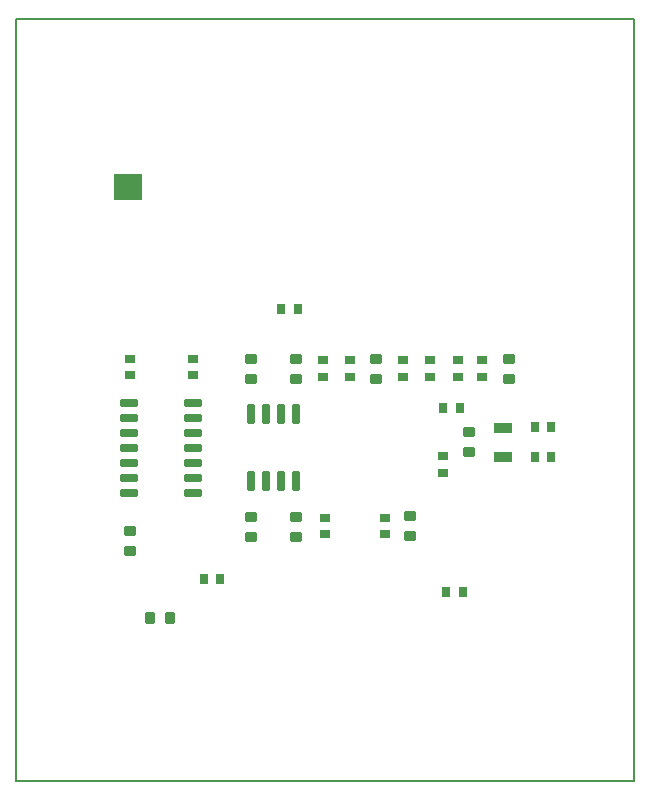
<source format=gtp>
G04*
G04 #@! TF.GenerationSoftware,Altium Limited,Altium Designer,18.0.12 (696)*
G04*
G04 Layer_Color=8421504*
%FSLAX25Y25*%
%MOIN*%
G70*
G01*
G75*
%ADD16C,0.00500*%
%ADD17R,0.09606X0.08661*%
G04:AMPARAMS|DCode=18|XSize=31.5mil|YSize=62.99mil|CornerRadius=0mil|HoleSize=0mil|Usage=FLASHONLY|Rotation=270.000|XOffset=0mil|YOffset=0mil|HoleType=Round|Shape=RoundedRectangle|*
%AMROUNDEDRECTD18*
21,1,0.03150,0.06299,0,0,270.0*
21,1,0.03150,0.06299,0,0,270.0*
1,1,0.00000,-0.03150,-0.01575*
1,1,0.00000,-0.03150,0.01575*
1,1,0.00000,0.03150,0.01575*
1,1,0.00000,0.03150,-0.01575*
%
%ADD18ROUNDEDRECTD18*%
G04:AMPARAMS|DCode=19|XSize=23.62mil|YSize=57.09mil|CornerRadius=1.18mil|HoleSize=0mil|Usage=FLASHONLY|Rotation=90.000|XOffset=0mil|YOffset=0mil|HoleType=Round|Shape=RoundedRectangle|*
%AMROUNDEDRECTD19*
21,1,0.02362,0.05472,0,0,90.0*
21,1,0.02126,0.05709,0,0,90.0*
1,1,0.00236,0.02736,0.01063*
1,1,0.00236,0.02736,-0.01063*
1,1,0.00236,-0.02736,-0.01063*
1,1,0.00236,-0.02736,0.01063*
%
%ADD19ROUNDEDRECTD19*%
G04:AMPARAMS|DCode=20|XSize=25.59mil|YSize=64.96mil|CornerRadius=1.92mil|HoleSize=0mil|Usage=FLASHONLY|Rotation=0.000|XOffset=0mil|YOffset=0mil|HoleType=Round|Shape=RoundedRectangle|*
%AMROUNDEDRECTD20*
21,1,0.02559,0.06112,0,0,0.0*
21,1,0.02175,0.06496,0,0,0.0*
1,1,0.00384,0.01088,-0.03056*
1,1,0.00384,-0.01088,-0.03056*
1,1,0.00384,-0.01088,0.03056*
1,1,0.00384,0.01088,0.03056*
%
%ADD20ROUNDEDRECTD20*%
%ADD21C,0.00584*%
%ADD22R,0.02500X0.05000*%
G04:AMPARAMS|DCode=23|XSize=39.37mil|YSize=35.43mil|CornerRadius=4.43mil|HoleSize=0mil|Usage=FLASHONLY|Rotation=90.000|XOffset=0mil|YOffset=0mil|HoleType=Round|Shape=RoundedRectangle|*
%AMROUNDEDRECTD23*
21,1,0.03937,0.02657,0,0,90.0*
21,1,0.03051,0.03543,0,0,90.0*
1,1,0.00886,0.01329,0.01526*
1,1,0.00886,0.01329,-0.01526*
1,1,0.00886,-0.01329,-0.01526*
1,1,0.00886,-0.01329,0.01526*
%
%ADD23ROUNDEDRECTD23*%
G04:AMPARAMS|DCode=24|XSize=39.37mil|YSize=35.43mil|CornerRadius=4.43mil|HoleSize=0mil|Usage=FLASHONLY|Rotation=180.000|XOffset=0mil|YOffset=0mil|HoleType=Round|Shape=RoundedRectangle|*
%AMROUNDEDRECTD24*
21,1,0.03937,0.02657,0,0,180.0*
21,1,0.03051,0.03543,0,0,180.0*
1,1,0.00886,-0.01526,0.01329*
1,1,0.00886,0.01526,0.01329*
1,1,0.00886,0.01526,-0.01329*
1,1,0.00886,-0.01526,-0.01329*
%
%ADD24ROUNDEDRECTD24*%
%ADD25R,0.02953X0.03740*%
%ADD26R,0.03740X0.02953*%
D16*
X232Y-7D02*
Y253993D01*
X206232D01*
Y-7D02*
Y253993D01*
X232Y-7D02*
X206232D01*
D17*
X37622Y198000D02*
D03*
D18*
X162500Y108000D02*
D03*
Y117842D02*
D03*
D19*
X59228Y96179D02*
D03*
Y101180D02*
D03*
Y106179D02*
D03*
Y111179D02*
D03*
Y116180D02*
D03*
Y121179D02*
D03*
Y126180D02*
D03*
X37772Y96179D02*
D03*
Y101180D02*
D03*
Y106179D02*
D03*
Y111179D02*
D03*
Y116180D02*
D03*
Y121179D02*
D03*
Y126180D02*
D03*
D20*
X78500Y100057D02*
D03*
X83500D02*
D03*
X88500D02*
D03*
X93500D02*
D03*
X78500Y122302D02*
D03*
X83500D02*
D03*
X88500D02*
D03*
X93500D02*
D03*
D21*
X134580Y122795D02*
D03*
Y120236D02*
D03*
Y117677D02*
D03*
Y115118D02*
D03*
Y112559D02*
D03*
Y110000D02*
D03*
Y107441D02*
D03*
Y104882D02*
D03*
Y102323D02*
D03*
Y99764D02*
D03*
X132020Y122795D02*
D03*
Y120236D02*
D03*
Y117677D02*
D03*
Y115118D02*
D03*
Y112559D02*
D03*
Y110000D02*
D03*
Y107441D02*
D03*
Y104882D02*
D03*
Y102323D02*
D03*
Y99764D02*
D03*
X129461Y122795D02*
D03*
Y120236D02*
D03*
Y112559D02*
D03*
Y110000D02*
D03*
Y102323D02*
D03*
Y99764D02*
D03*
X126902Y122795D02*
D03*
Y120236D02*
D03*
Y115118D02*
D03*
Y112559D02*
D03*
Y110000D02*
D03*
Y107441D02*
D03*
Y102323D02*
D03*
Y99764D02*
D03*
X124343Y122795D02*
D03*
Y120236D02*
D03*
Y117677D02*
D03*
Y115118D02*
D03*
Y107441D02*
D03*
Y104882D02*
D03*
Y102323D02*
D03*
Y99764D02*
D03*
X121784Y122795D02*
D03*
Y120236D02*
D03*
Y117677D02*
D03*
Y115118D02*
D03*
Y107441D02*
D03*
Y104882D02*
D03*
Y102323D02*
D03*
Y99764D02*
D03*
X119225Y122795D02*
D03*
Y120236D02*
D03*
Y115118D02*
D03*
Y112559D02*
D03*
Y110000D02*
D03*
Y107441D02*
D03*
Y102323D02*
D03*
Y99764D02*
D03*
X116666Y122795D02*
D03*
Y120236D02*
D03*
Y112559D02*
D03*
Y110000D02*
D03*
Y102323D02*
D03*
Y99764D02*
D03*
X114107Y122795D02*
D03*
Y120236D02*
D03*
Y117677D02*
D03*
Y115118D02*
D03*
Y112559D02*
D03*
Y110000D02*
D03*
Y107441D02*
D03*
Y104882D02*
D03*
Y102323D02*
D03*
Y99764D02*
D03*
X111548Y122795D02*
D03*
Y120236D02*
D03*
Y117677D02*
D03*
Y115118D02*
D03*
Y112559D02*
D03*
Y110000D02*
D03*
Y107441D02*
D03*
Y104882D02*
D03*
Y102323D02*
D03*
Y99764D02*
D03*
D22*
X39243Y198000D02*
D03*
X36000D02*
D03*
D23*
X51500Y54500D02*
D03*
X44807D02*
D03*
D24*
X38000Y83346D02*
D03*
Y76653D02*
D03*
X78500Y81487D02*
D03*
Y88179D02*
D03*
X131500Y81653D02*
D03*
Y88346D02*
D03*
X164500Y134153D02*
D03*
Y140847D02*
D03*
X151000Y116268D02*
D03*
Y109575D02*
D03*
X93500Y88179D02*
D03*
Y81487D02*
D03*
X78500Y134179D02*
D03*
Y140872D02*
D03*
X93500Y134179D02*
D03*
Y140872D02*
D03*
X120000Y134153D02*
D03*
Y140847D02*
D03*
D25*
X149000Y63000D02*
D03*
X143488D02*
D03*
X68256Y67500D02*
D03*
X62744D02*
D03*
X94000Y157500D02*
D03*
X88488D02*
D03*
X142500Y124500D02*
D03*
X148012D02*
D03*
X178512Y107921D02*
D03*
X173000D02*
D03*
X178512Y117900D02*
D03*
X173000D02*
D03*
D26*
X142500Y108256D02*
D03*
Y102744D02*
D03*
X123000Y87756D02*
D03*
Y82244D02*
D03*
X103000Y87756D02*
D03*
Y82244D02*
D03*
X138000Y134744D02*
D03*
Y140256D02*
D03*
X111500Y134744D02*
D03*
Y140256D02*
D03*
X102500Y134744D02*
D03*
Y140256D02*
D03*
X59000Y135244D02*
D03*
Y140756D02*
D03*
X38000Y135244D02*
D03*
Y140756D02*
D03*
X147500Y134744D02*
D03*
Y140256D02*
D03*
X155500Y134744D02*
D03*
Y140256D02*
D03*
X129000Y134744D02*
D03*
Y140256D02*
D03*
M02*

</source>
